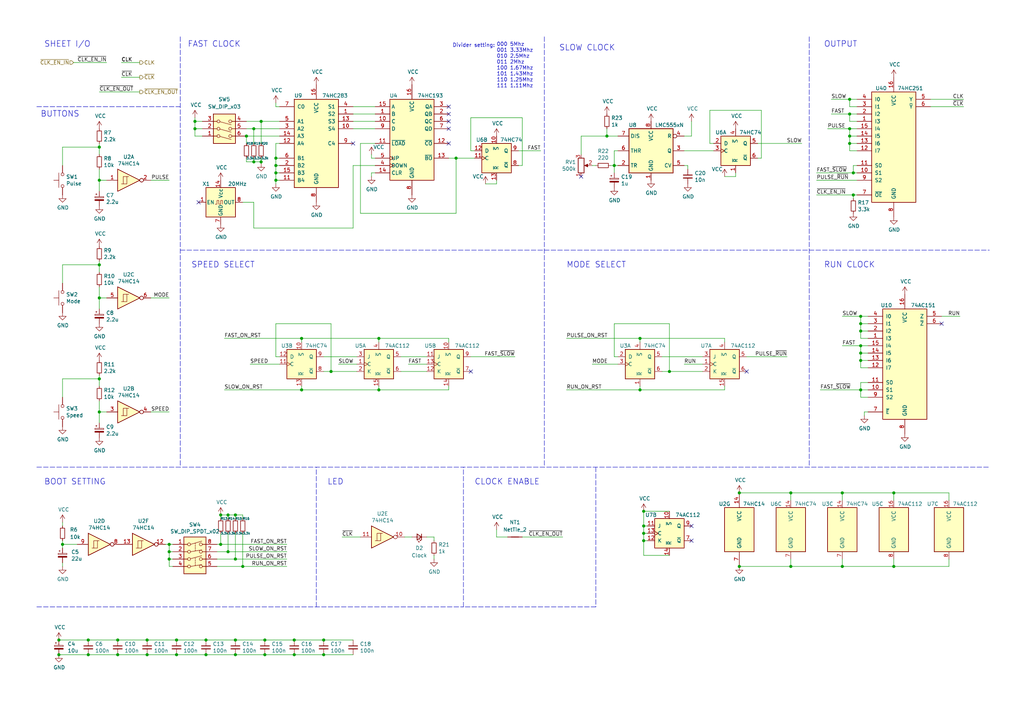
<source format=kicad_sch>
(kicad_sch (version 20211123) (generator eeschema)
  (paper "User" 353.568 250.012)
  (title_block (title "Clock Module") (date "2022-07-04") (rev "A.24") (comment 2 "https://github.com/adrienkohlbecker/65C816") (comment 3 "Licensed under CERN-OHL-W v2") (comment 4 "Copyright © 2022 Adrien Kohlbecker"))
  (junction (at 104.14 134.62))
  (junction (at 209.55 46.99))
  (junction (at 222.25 184.15))
  (junction (at 114.3 128.27))
  (junction (at 81.28 226.06))
  (junction (at 297.18 134.62))
  (junction (at 293.37 46.99))
  (junction (at 293.37 49.53))
  (junction (at 297.18 109.22))
  (junction (at 87.63 55.88))
  (junction (at 87.63 44.45))
  (junction (at 308.61 195.58))
  (junction (at 58.42 187.96))
  (junction (at 297.18 121.92))
  (junction (at 297.18 114.3))
  (junction (at 95.25 59.69))
  (junction (at 294.64 67.31))
  (junction (at 67.31 41.91))
  (junction (at 273.05 170.18))
  (junction (at 222.25 186.69))
  (junction (at 212.09 57.15))
  (junction (at 81.28 177.8))
  (junction (at 220.98 116.84))
  (junction (at 255.27 170.18))
  (junction (at 111.76 226.06))
  (junction (at 34.29 130.81))
  (junction (at 95.25 57.15))
  (junction (at 30.48 220.98))
  (junction (at 34.29 102.87))
  (junction (at 111.76 220.98))
  (junction (at 40.64 226.06))
  (junction (at 34.29 91.44))
  (junction (at 290.83 170.18))
  (junction (at 21.59 187.96))
  (junction (at 130.81 116.84))
  (junction (at 130.81 134.62))
  (junction (at 85.09 46.99))
  (junction (at 81.28 220.98))
  (junction (at 293.37 34.29))
  (junction (at 95.25 54.61))
  (junction (at 40.64 220.98))
  (junction (at 60.96 220.98))
  (junction (at 20.32 226.06))
  (junction (at 101.6 220.98))
  (junction (at 290.83 195.58))
  (junction (at 104.14 116.84))
  (junction (at 60.96 226.06))
  (junction (at 297.18 124.46))
  (junction (at 293.37 39.37))
  (junction (at 222.25 181.61))
  (junction (at 297.18 119.38))
  (junction (at 78.74 190.5))
  (junction (at 34.29 62.23))
  (junction (at 90.17 55.88))
  (junction (at 30.48 226.06))
  (junction (at 101.6 226.06))
  (junction (at 273.05 195.58))
  (junction (at 34.29 142.24))
  (junction (at 297.18 111.76))
  (junction (at 157.48 54.61))
  (junction (at 71.12 226.06))
  (junction (at 78.74 177.8))
  (junction (at 255.27 195.58))
  (junction (at 91.44 226.06))
  (junction (at 95.25 62.23))
  (junction (at 90.17 41.91))
  (junction (at 83.82 195.58))
  (junction (at 34.29 50.8))
  (junction (at 293.37 44.45))
  (junction (at 50.8 220.98))
  (junction (at 91.44 220.98))
  (junction (at 294.64 59.69))
  (junction (at 58.42 190.5))
  (junction (at 81.28 193.04))
  (junction (at 20.32 220.98))
  (junction (at 222.25 176.53))
  (junction (at 308.61 170.18))
  (junction (at 76.2 177.8))
  (junction (at 50.8 226.06))
  (junction (at 220.98 134.62))
  (junction (at 71.12 220.98))
  (junction (at 58.42 193.04))
  (junction (at 231.14 128.27))
  (junction (at 67.31 44.45))
  (junction (at 76.2 187.96))
  (no_connect (at 257.81 128.27))
  (no_connect (at 154.94 39.37))
  (no_connect (at 68.58 69.85))
  (no_connect (at 154.94 49.53))
  (no_connect (at 121.92 49.53))
  (no_connect (at 238.76 186.69))
  (no_connect (at 154.94 41.91))
  (no_connect (at 154.94 44.45))
  (no_connect (at 325.12 111.76))
  (no_connect (at 200.66 60.96))
  (no_connect (at 238.76 181.61))
  (no_connect (at 162.56 128.27))
  (no_connect (at 154.94 36.83))
  (wire (pts (xy 325.12 109.22) (xy 331.47 109.22)))
  (wire (pts (xy 171.45 63.5) (xy 167.64 63.5)))
  (wire (pts (xy 261.62 54.61) (xy 262.89 54.61)))
  (wire (pts (xy 83.82 195.58) (xy 99.06 195.58)))
  (wire (pts (xy 78.74 184.15) (xy 78.74 190.5)))
  (wire (pts (xy 222.25 184.15) (xy 223.52 184.15)))
  (wire (pts (xy 293.37 49.53) (xy 295.91 49.53)))
  (wire (pts (xy 128.27 54.61) (xy 128.27 53.34)))
  (wire (pts (xy 162.56 123.19) (xy 177.8 123.19)))
  (wire (pts (xy 294.64 67.31) (xy 295.91 67.31)))
  (wire (pts (xy 71.12 220.98) (xy 60.96 220.98)))
  (wire (pts (xy 95.25 57.15) (xy 95.25 54.61)))
  (wire (pts (xy 87.63 55.88) (xy 90.17 55.88)))
  (wire (pts (xy 57.15 187.96) (xy 58.42 187.96)))
  (wire (pts (xy 297.18 124.46) (xy 299.72 124.46)))
  (wire (pts (xy 212.09 123.19) (xy 213.36 123.19)))
  (wire (pts (xy 104.14 118.11) (xy 104.14 116.84)))
  (wire (pts (xy 58.42 142.24) (xy 52.07 142.24)))
  (wire (pts (xy 297.18 109.22) (xy 297.18 111.76)))
  (wire (pts (xy 34.29 62.23) (xy 34.29 66.04)))
  (wire (pts (xy 212.09 59.69) (xy 212.09 57.15)))
  (wire (pts (xy 74.93 190.5) (xy 78.74 190.5)))
  (wire (pts (xy 290.83 170.18) (xy 290.83 172.72)))
  (wire (pts (xy 111.76 123.19) (xy 123.19 123.19)))
  (wire (pts (xy 67.31 40.64) (xy 67.31 41.91)))
  (wire (pts (xy 21.59 97.79) (xy 21.59 91.44)))
  (wire (pts (xy 85.09 46.99) (xy 96.52 46.99)))
  (wire (pts (xy 255.27 195.58) (xy 273.05 195.58)))
  (wire (pts (xy 308.61 193.04) (xy 308.61 195.58)))
  (wire (pts (xy 273.05 170.18) (xy 273.05 172.72)))
  (wire (pts (xy 297.18 119.38) (xy 299.72 119.38)))
  (wire (pts (xy 297.18 111.76) (xy 299.72 111.76)))
  (wire (pts (xy 293.37 46.99) (xy 293.37 49.53)))
  (wire (pts (xy 58.42 62.23) (xy 52.07 62.23)))
  (wire (pts (xy 21.59 130.81) (xy 34.29 130.81)))
  (wire (pts (xy 238.76 46.99) (xy 238.76 41.91)))
  (wire (pts (xy 297.18 121.92) (xy 297.18 124.46)))
  (wire (pts (xy 129.54 54.61) (xy 128.27 54.61)))
  (wire (pts (xy 87.63 44.45) (xy 96.52 44.45)))
  (wire (pts (xy 85.09 49.53) (xy 85.09 46.99)))
  (wire (pts (xy 290.83 170.18) (xy 308.61 170.18)))
  (wire (pts (xy 40.64 220.98) (xy 30.48 220.98)))
  (wire (pts (xy 21.59 50.8) (xy 34.29 50.8)))
  (wire (pts (xy 124.46 73.66) (xy 124.46 49.53)))
  (wire (pts (xy 204.47 125.73) (xy 213.36 125.73)))
  (wire (pts (xy 293.37 44.45) (xy 293.37 46.99)))
  (wire (pts (xy 308.61 170.18) (xy 308.61 172.72)))
  (wire (pts (xy 74.93 187.96) (xy 76.2 187.96)))
  (wire (pts (xy 77.47 116.84) (xy 104.14 116.84)))
  (wire (pts (xy 180.34 57.15) (xy 180.34 40.64)))
  (wire (pts (xy 85.09 55.88) (xy 87.63 55.88)))
  (wire (pts (xy 212.09 52.07) (xy 212.09 57.15)))
  (wire (pts (xy 34.29 138.43) (xy 34.29 142.24)))
  (wire (pts (xy 71.12 226.06) (xy 81.28 226.06)))
  (wire (pts (xy 34.29 50.8) (xy 34.29 53.34)))
  (wire (pts (xy 299.72 137.16) (xy 297.18 137.16)))
  (wire (pts (xy 41.91 26.67) (xy 48.26 26.67)))
  (polyline (pts (xy 12.7 36.83) (xy 62.23 36.83)))
  (wire (pts (xy 290.83 195.58) (xy 273.05 195.58)))
  (polyline (pts (xy 12.7 161.29) (xy 341.63 161.29)))
  (wire (pts (xy 327.66 170.18) (xy 308.61 170.18)))
  (wire (pts (xy 34.29 58.42) (xy 34.29 62.23)))
  (wire (pts (xy 236.22 57.15) (xy 237.49 57.15)))
  (wire (pts (xy 21.59 186.69) (xy 21.59 187.96)))
  (wire (pts (xy 157.48 54.61) (xy 163.83 54.61)))
  (wire (pts (xy 104.14 134.62) (xy 104.14 133.35)))
  (wire (pts (xy 297.18 114.3) (xy 299.72 114.3)))
  (wire (pts (xy 121.92 41.91) (xy 129.54 41.91)))
  (wire (pts (xy 212.09 111.76) (xy 212.09 123.19)))
  (wire (pts (xy 281.94 59.69) (xy 294.64 59.69)))
  (wire (pts (xy 220.98 134.62) (xy 250.19 134.62)))
  (polyline (pts (xy 62.23 86.36) (xy 341.63 86.36)))
  (wire (pts (xy 25.4 21.59) (xy 36.83 21.59)))
  (wire (pts (xy 213.36 52.07) (xy 212.09 52.07)))
  (polyline (pts (xy 205.74 209.55) (xy 160.02 209.55)))
  (wire (pts (xy 220.98 134.62) (xy 220.98 133.35)))
  (wire (pts (xy 162.56 52.07) (xy 163.83 52.07)))
  (polyline (pts (xy 205.74 161.29) (xy 205.74 209.55)))
  (wire (pts (xy 245.11 38.1) (xy 245.11 49.53)))
  (wire (pts (xy 297.18 121.92) (xy 299.72 121.92)))
  (wire (pts (xy 179.07 57.15) (xy 180.34 57.15)))
  (wire (pts (xy 209.55 46.99) (xy 213.36 46.99)))
  (wire (pts (xy 21.59 91.44) (xy 34.29 91.44)))
  (wire (pts (xy 87.63 55.88) (xy 87.63 54.61)))
  (wire (pts (xy 81.28 184.15) (xy 81.28 193.04)))
  (wire (pts (xy 83.82 69.85) (xy 87.63 69.85)))
  (polyline (pts (xy 109.22 209.55) (xy 109.22 161.29)))
  (wire (pts (xy 171.45 185.42) (xy 175.26 185.42)))
  (wire (pts (xy 95.25 111.76) (xy 95.25 123.19)))
  (wire (pts (xy 87.63 69.85) (xy 87.63 78.74)))
  (wire (pts (xy 74.93 195.58) (xy 83.82 195.58)))
  (wire (pts (xy 171.45 182.88) (xy 171.45 185.42)))
  (wire (pts (xy 76.2 184.15) (xy 76.2 187.96)))
  (wire (pts (xy 222.25 186.69) (xy 222.25 191.77)))
  (wire (pts (xy 138.43 128.27) (xy 147.32 128.27)))
  (polyline (pts (xy 187.96 12.7) (xy 187.96 161.29)))
  (wire (pts (xy 95.25 54.61) (xy 96.52 54.61)))
  (wire (pts (xy 69.85 46.99) (xy 67.31 46.99)))
  (wire (pts (xy 297.18 111.76) (xy 297.18 114.3)))
  (wire (pts (xy 34.29 102.87) (xy 34.29 106.68)))
  (wire (pts (xy 104.14 134.62) (xy 130.81 134.62)))
  (wire (pts (xy 58.42 190.5) (xy 58.42 193.04)))
  (wire (pts (xy 154.94 116.84) (xy 154.94 118.11)))
  (wire (pts (xy 67.31 44.45) (xy 69.85 44.45)))
  (wire (pts (xy 60.96 226.06) (xy 71.12 226.06)))
  (polyline (pts (xy 160.02 209.55) (xy 160.02 161.29)))
  (wire (pts (xy 297.18 109.22) (xy 299.72 109.22)))
  (wire (pts (xy 212.09 57.15) (xy 210.82 57.15)))
  (wire (pts (xy 293.37 39.37) (xy 295.91 39.37)))
  (wire (pts (xy 128.27 60.96) (xy 128.27 59.69)))
  (wire (pts (xy 85.09 44.45) (xy 87.63 44.45)))
  (wire (pts (xy 261.62 49.53) (xy 276.86 49.53)))
  (wire (pts (xy 21.59 194.31) (xy 21.59 195.58)))
  (wire (pts (xy 121.92 220.98) (xy 111.76 220.98)))
  (wire (pts (xy 327.66 172.72) (xy 327.66 170.18)))
  (wire (pts (xy 290.83 119.38) (xy 297.18 119.38)))
  (wire (pts (xy 262.89 38.1) (xy 245.11 38.1)))
  (wire (pts (xy 81.28 177.8) (xy 83.82 177.8)))
  (wire (pts (xy 293.37 36.83) (xy 295.91 36.83)))
  (wire (pts (xy 40.64 226.06) (xy 50.8 226.06)))
  (wire (pts (xy 308.61 195.58) (xy 290.83 195.58)))
  (wire (pts (xy 21.59 57.15) (xy 21.59 50.8)))
  (wire (pts (xy 281.94 67.31) (xy 294.64 67.31)))
  (wire (pts (xy 223.52 186.69) (xy 222.25 186.69)))
  (wire (pts (xy 36.83 62.23) (xy 34.29 62.23)))
  (wire (pts (xy 231.14 128.27) (xy 231.14 111.76)))
  (wire (pts (xy 231.14 128.27) (xy 242.57 128.27)))
  (wire (pts (xy 246.38 52.07) (xy 236.22 52.07)))
  (wire (pts (xy 321.31 36.83) (xy 332.74 36.83)))
  (wire (pts (xy 58.42 195.58) (xy 59.69 195.58)))
  (wire (pts (xy 81.28 226.06) (xy 91.44 226.06)))
  (wire (pts (xy 220.98 116.84) (xy 250.19 116.84)))
  (wire (pts (xy 50.8 226.06) (xy 60.96 226.06)))
  (wire (pts (xy 81.28 220.98) (xy 71.12 220.98)))
  (wire (pts (xy 124.46 185.42) (xy 118.11 185.42)))
  (wire (pts (xy 231.14 111.76) (xy 212.09 111.76)))
  (wire (pts (xy 91.44 220.98) (xy 81.28 220.98)))
  (wire (pts (xy 90.17 55.88) (xy 90.17 54.61)))
  (wire (pts (xy 77.47 134.62) (xy 104.14 134.62)))
  (wire (pts (xy 95.25 59.69) (xy 96.52 59.69)))
  (wire (pts (xy 111.76 128.27) (xy 114.3 128.27)))
  (wire (pts (xy 222.25 176.53) (xy 222.25 181.61)))
  (wire (pts (xy 140.97 125.73) (xy 147.32 125.73)))
  (wire (pts (xy 58.42 187.96) (xy 59.69 187.96)))
  (wire (pts (xy 293.37 52.07) (xy 295.91 52.07)))
  (wire (pts (xy 36.83 102.87) (xy 34.29 102.87)))
  (wire (pts (xy 147.32 185.42) (xy 149.86 185.42)))
  (wire (pts (xy 293.37 34.29) (xy 293.37 36.83)))
  (wire (pts (xy 295.91 59.69) (xy 294.64 59.69)))
  (wire (pts (xy 130.81 134.62) (xy 154.94 134.62)))
  (wire (pts (xy 281.94 62.23) (xy 295.91 62.23)))
  (wire (pts (xy 236.22 46.99) (xy 238.76 46.99)))
  (wire (pts (xy 149.86 193.04) (xy 149.86 191.77)))
  (wire (pts (xy 58.42 193.04) (xy 59.69 193.04)))
  (wire (pts (xy 85.09 41.91) (xy 90.17 41.91)))
  (wire (pts (xy 294.64 57.15) (xy 294.64 59.69)))
  (wire (pts (xy 294.64 67.31) (xy 294.64 68.58)))
  (wire (pts (xy 222.25 184.15) (xy 222.25 186.69)))
  (wire (pts (xy 21.59 187.96) (xy 21.59 189.23)))
  (wire (pts (xy 254 60.96) (xy 254 59.69)))
  (wire (pts (xy 78.74 179.07) (xy 78.74 177.8)))
  (wire (pts (xy 86.36 125.73) (xy 96.52 125.73)))
  (wire (pts (xy 76.2 177.8) (xy 78.74 177.8)))
  (wire (pts (xy 58.42 190.5) (xy 58.42 187.96)))
  (wire (pts (xy 34.29 50.8) (xy 34.29 49.53)))
  (wire (pts (xy 78.74 190.5) (xy 99.06 190.5)))
  (wire (pts (xy 295.91 57.15) (xy 294.64 57.15)))
  (wire (pts (xy 121.92 44.45) (xy 129.54 44.45)))
  (wire (pts (xy 287.02 39.37) (xy 293.37 39.37)))
  (wire (pts (xy 200.66 53.34) (xy 200.66 46.99)))
  (wire (pts (xy 157.48 73.66) (xy 124.46 73.66)))
  (wire (pts (xy 293.37 46.99) (xy 295.91 46.99)))
  (polyline (pts (xy 279.4 12.7) (xy 279.4 161.29)))
  (wire (pts (xy 34.29 91.44) (xy 34.29 90.17)))
  (wire (pts (xy 34.29 99.06) (xy 34.29 102.87)))
  (wire (pts (xy 298.45 142.24) (xy 299.72 142.24)))
  (wire (pts (xy 149.86 185.42) (xy 149.86 186.69)))
  (wire (pts (xy 297.18 124.46) (xy 297.18 127)))
  (wire (pts (xy 297.18 137.16) (xy 297.18 134.62)))
  (wire (pts (xy 257.81 123.19) (xy 271.78 123.19)))
  (wire (pts (xy 85.09 55.88) (xy 85.09 54.61)))
  (wire (pts (xy 58.42 190.5) (xy 59.69 190.5)))
  (wire (pts (xy 116.84 125.73) (xy 123.19 125.73)))
  (wire (pts (xy 101.6 226.06) (xy 111.76 226.06)))
  (wire (pts (xy 293.37 34.29) (xy 295.91 34.29)))
  (wire (pts (xy 299.72 132.08) (xy 297.18 132.08)))
  (wire (pts (xy 74.93 193.04) (xy 81.28 193.04)))
  (wire (pts (xy 220.98 116.84) (xy 220.98 118.11)))
  (wire (pts (xy 297.18 127) (xy 299.72 127)))
  (wire (pts (xy 213.36 57.15) (xy 212.09 57.15)))
  (wire (pts (xy 180.34 40.64) (xy 162.56 40.64)))
  (wire (pts (xy 21.59 187.96) (xy 26.67 187.96)))
  (wire (pts (xy 228.6 123.19) (xy 242.57 123.19)))
  (wire (pts (xy 30.48 220.98) (xy 20.32 220.98)))
  (wire (pts (xy 104.14 116.84) (xy 130.81 116.84)))
  (wire (pts (xy 114.3 111.76) (xy 95.25 111.76)))
  (wire (pts (xy 111.76 226.06) (xy 121.92 226.06)))
  (wire (pts (xy 205.74 57.15) (xy 204.47 57.15)))
  (wire (pts (xy 81.28 177.8) (xy 81.28 179.07)))
  (wire (pts (xy 290.83 193.04) (xy 290.83 195.58)))
  (wire (pts (xy 95.25 36.83) (xy 96.52 36.83)))
  (wire (pts (xy 81.28 193.04) (xy 99.06 193.04)))
  (wire (pts (xy 273.05 195.58) (xy 273.05 193.04)))
  (wire (pts (xy 222.25 181.61) (xy 222.25 184.15)))
  (wire (pts (xy 255.27 170.18) (xy 273.05 170.18)))
  (wire (pts (xy 87.63 78.74) (xy 121.92 78.74)))
  (wire (pts (xy 124.46 49.53) (xy 129.54 49.53)))
  (wire (pts (xy 262.89 54.61) (xy 262.89 38.1)))
  (wire (pts (xy 95.25 62.23) (xy 96.52 62.23)))
  (wire (pts (xy 128.27 59.69) (xy 129.54 59.69)))
  (polyline (pts (xy 62.23 12.7) (xy 62.23 161.29)))
  (wire (pts (xy 209.55 44.45) (xy 209.55 46.99)))
  (wire (pts (xy 297.18 119.38) (xy 297.18 121.92)))
  (wire (pts (xy 293.37 41.91) (xy 295.91 41.91)))
  (wire (pts (xy 101.6 220.98) (xy 91.44 220.98)))
  (wire (pts (xy 121.92 57.15) (xy 121.92 78.74)))
  (wire (pts (xy 34.29 142.24) (xy 34.29 146.05)))
  (wire (pts (xy 95.25 59.69) (xy 95.25 57.15)))
  (wire (pts (xy 50.8 220.98) (xy 40.64 220.98)))
  (wire (pts (xy 95.25 123.19) (xy 96.52 123.19)))
  (wire (pts (xy 142.24 185.42) (xy 139.7 185.42)))
  (wire (pts (xy 95.25 49.53) (xy 95.25 54.61)))
  (wire (pts (xy 121.92 57.15) (xy 129.54 57.15)))
  (wire (pts (xy 91.44 226.06) (xy 101.6 226.06)))
  (wire (pts (xy 130.81 116.84) (xy 130.81 118.11)))
  (polyline (pts (xy 12.7 209.55) (xy 160.02 209.55)))
  (wire (pts (xy 297.18 134.62) (xy 297.18 132.08)))
  (wire (pts (xy 180.34 185.42) (xy 194.31 185.42)))
  (wire (pts (xy 223.52 181.61) (xy 222.25 181.61)))
  (wire (pts (xy 78.74 177.8) (xy 81.28 177.8)))
  (wire (pts (xy 111.76 220.98) (xy 101.6 220.98)))
  (wire (pts (xy 228.6 128.27) (xy 231.14 128.27)))
  (wire (pts (xy 34.29 130.81) (xy 34.29 133.35)))
  (wire (pts (xy 250.19 116.84) (xy 250.19 118.11)))
  (wire (pts (xy 34.29 31.75) (xy 48.26 31.75)))
  (wire (pts (xy 298.45 143.51) (xy 298.45 142.24)))
  (wire (pts (xy 34.29 130.81) (xy 34.29 129.54)))
  (wire (pts (xy 90.17 41.91) (xy 96.52 41.91)))
  (wire (pts (xy 58.42 193.04) (xy 58.42 195.58)))
  (wire (pts (xy 245.11 49.53) (xy 246.38 49.53)))
  (wire (pts (xy 96.52 49.53) (xy 95.25 49.53)))
  (wire (pts (xy 130.81 134.62) (xy 130.81 133.35)))
  (wire (pts (xy 287.02 34.29) (xy 293.37 34.29)))
  (wire (pts (xy 130.81 116.84) (xy 154.94 116.84)))
  (wire (pts (xy 69.85 41.91) (xy 67.31 41.91)))
  (wire (pts (xy 30.48 226.06) (xy 40.64 226.06)))
  (wire (pts (xy 36.83 142.24) (xy 34.29 142.24)))
  (wire (pts (xy 293.37 39.37) (xy 293.37 41.91)))
  (wire (pts (xy 95.25 57.15) (xy 96.52 57.15)))
  (wire (pts (xy 236.22 125.73) (xy 242.57 125.73)))
  (wire (pts (xy 250.19 134.62) (xy 250.19 133.35)))
  (wire (pts (xy 95.25 62.23) (xy 95.25 59.69)))
  (wire (pts (xy 222.25 191.77) (xy 231.14 191.77)))
  (wire (pts (xy 293.37 44.45) (xy 295.91 44.45)))
  (wire (pts (xy 290.83 109.22) (xy 297.18 109.22)))
  (wire (pts (xy 179.07 52.07) (xy 186.69 52.07)))
  (wire (pts (xy 308.61 195.58) (xy 327.66 195.58)))
  (wire (pts (xy 154.94 134.62) (xy 154.94 133.35)))
  (wire (pts (xy 60.96 220.98) (xy 50.8 220.98)))
  (wire (pts (xy 297.18 116.84) (xy 299.72 116.84)))
  (wire (pts (xy 154.94 54.61) (xy 157.48 54.61)))
  (wire (pts (xy 87.63 49.53) (xy 87.63 44.45)))
  (wire (pts (xy 114.3 128.27) (xy 123.19 128.27)))
  (wire (pts (xy 121.92 39.37) (xy 129.54 39.37)))
  (wire (pts (xy 157.48 54.61) (xy 157.48 73.66)))
  (wire (pts (xy 254 60.96) (xy 250.19 60.96)))
  (wire (pts (xy 21.59 180.34) (xy 21.59 181.61)))
  (wire (pts (xy 195.58 134.62) (xy 220.98 134.62)))
  (wire (pts (xy 138.43 123.19) (xy 147.32 123.19)))
  (wire (pts (xy 321.31 34.29) (xy 332.74 34.29)))
  (wire (pts (xy 299.72 134.62) (xy 297.18 134.62)))
  (wire (pts (xy 41.91 21.59) (xy 48.26 21.59)))
  (wire (pts (xy 95.25 35.56) (xy 95.25 36.83)))
  (wire (pts (xy 114.3 128.27) (xy 114.3 111.76)))
  (wire (pts (xy 273.05 170.18) (xy 290.83 170.18)))
  (wire (pts (xy 297.18 134.62) (xy 283.21 134.62)))
  (wire (pts (xy 83.82 184.15) (xy 83.82 195.58)))
  (wire (pts (xy 90.17 56.515) (xy 90.17 55.88)))
  (wire (pts (xy 34.29 91.44) (xy 34.29 93.98)))
  (wire (pts (xy 293.37 49.53) (xy 293.37 52.07)))
  (wire (pts (xy 195.58 116.84) (xy 220.98 116.84)))
  (wire (pts (xy 76.2 179.07) (xy 76.2 177.8)))
  (wire (pts (xy 285.75 44.45) (xy 293.37 44.45)))
  (wire (pts (xy 121.92 36.83) (xy 129.54 36.83)))
  (wire (pts (xy 67.31 44.45) (xy 67.31 46.99)))
  (wire (pts (xy 76.2 187.96) (xy 99.06 187.96)))
  (wire (pts (xy 297.18 114.3) (xy 297.18 116.84)))
  (wire (pts (xy 90.17 49.53) (xy 90.17 41.91)))
  (wire (pts (xy 21.59 137.16) (xy 21.59 130.81)))
  (wire (pts (xy 83.82 177.8) (xy 83.82 179.07)))
  (wire (pts (xy 162.56 40.64) (xy 162.56 52.07)))
  (wire (pts (xy 237.49 57.15) (xy 237.49 58.42)))
  (wire (pts (xy 20.32 226.06) (xy 30.48 226.06)))
  (wire (pts (xy 58.42 102.87) (xy 52.07 102.87)))
  (wire (pts (xy 327.66 195.58) (xy 327.66 193.04)))
  (wire (pts (xy 171.45 63.5) (xy 171.45 62.23)))
  (wire (pts (xy 95.25 63.5) (xy 95.25 62.23)))
  (wire (pts (xy 67.31 41.91) (xy 67.31 44.45)))
  (wire (pts (xy 231.14 176.53) (xy 222.25 176.53)))
  (wire (pts (xy 200.66 46.99) (xy 209.55 46.99)))
  (text "OUTPUT" (at 284.48 16.51 0) (effects (font (size 2.0066 2.0066)) (justify left bottom)))
  (text "RUN CLOCK" (at 284.48 92.71 0) (effects (font (size 2.0066 2.0066)) (justify left bottom)))
  (text "SHEET I/O" (at 15.24 16.51 0) (effects (font (size 2.0066 2.0066)) (justify left bottom)))
  (text "CLOCK ENABLE" (at 163.83 167.64 0) (effects (font (size 2.0066 2.0066)) (justify left bottom)))
  (text "LED" (at 113.03 167.64 0) (effects (font (size 2.0066 2.0066)) (justify left bottom)))
  (text "000 5Mhz\n001 3.33Mhz\n010 2.5Mhz\n011 2Mhz\n100 1.67Mhz\n101 1.43Mhz\n110 1.25Mhz\n111 1.11Mhz" (at 171.45 30.48 0) (effects (font (size 1.27 1.27)) (justify left bottom)))
  (text "BOOT SETTING" (at 15.24 167.64 0) (effects (font (size 2.0066 2.0066)) (justify left bottom)))
  (text "BUTTONS" (at 13.97 40.64 0) (effects (font (size 2.0066 2.0066)) (justify left bottom)))
  (text "Divider setting:" (at 156.21 16.51 0) (effects (font (size 1.27 1.27)) (justify left bottom)))
  (text "SLOW CLOCK" (at 193.04 17.78 0) (effects (font (size 2.0066 2.0066)) (justify left bottom)))
  (text "FAST CLOCK" (at 64.77 16.51 0) (effects (font (size 2.0066 2.0066)) (justify left bottom)))
  (text "Fast clock falling edge\n   => 9.4 ns (74AC112) => FAST_SLOW selection bit\n   => 51 ns (74HC251) => CLK\n\nWe want the whole chain to happen \nbefore the fast clock has a rising edge\n\n=> minimum half period of the fast clock\n   9.4+51ns = 60.4ns\n=> maximum frequency of the fast clock\n   1000/60.4/2 = 8.27MHz" (at 364.49 50.8 0) (effects (font (size 1.27 1.27)) (justify left bottom)))
  (text "SPEED SELECT" (at 66.04 92.71 0) (effects (font (size 2.0066 2.0066)) (justify left bottom)))
  (text "MODE SELECT" (at 195.58 92.71 0) (effects (font (size 2.0066 2.0066)) (justify left bottom)))
  (text "=> overall, maximum frequency of the fast clock is 6.87MHz" (at 364.49 91.44 0) (effects (font (size 1.27 1.27)) (justify left bottom)))
  (text "Fast clock falling edge\n   => 12.3 ns (74AC151) => RUN\n   => 9.4 ns (74AC112) => PULSE_RUN selection bit\n   => 51 ns (74HC251) => CLK\n\nWe want the whole chain to happen \nbefore the fast clock has a rising edge\n\n=> minimum half period of the fast clock\n   12.3+9.4+51ns = 72.7ns\n=> maximum frequency of the fast clock\n   1000/72.7/2 = 6.87MHz" (at 364.49 85.09 0) (effects (font (size 1.27 1.27)) (justify left bottom)))
  (label "~{CLK}" (at 332.74 36.83 180))
  (label "CLK" (at 332.74 34.29 180))
  (label "PULSE_~{RUN}" (at 281.94 62.23 0))
  (label "SLOW_ON_RST" (at 99.06 190.5 180))
  (label "RUN" (at 236.22 125.73 0))
  (label "FAST_ON_RST" (at 77.47 116.84 0))
  (label "SLOW" (at 276.86 49.53 180))
  (label "~{CLK_EN_OUT}" (at 194.31 185.42 180))
  (label "SPEED" (at 86.36 125.73 0))
  (label "SLOW" (at 287.02 34.29 0))
  (label "~{CLK}" (at 41.91 26.67 0))
  (label "SLOW" (at 290.83 109.22 0))
  (label "FAST_~{SLOW}" (at 177.8 123.19 180))
  (label "~{CLK_EN_IN}" (at 36.83 21.59 180))
  (label "SPEED" (at 58.42 142.24 180))
  (label "FAST" (at 287.02 39.37 0))
  (label "FAST" (at 290.83 119.38 0))
  (label "PULSE" (at 58.42 62.23 180))
  (label "FAST_~{SLOW}" (at 283.21 134.62 0))
  (label "PULSE_ON_RST" (at 99.06 193.04 180))
  (label "FAST_ON_RST" (at 99.06 187.96 180))
  (label "RUN_ON_RST" (at 99.06 195.58 180))
  (label "PULSE" (at 285.75 44.45 0))
  (label "~{CLK_EN_OUT}" (at 34.29 31.75 0))
  (label "SLOW" (at 116.84 125.73 0))
  (label "RUN_ON_RST" (at 195.58 134.62 0))
  (label "PULSE_~{RUN}" (at 271.78 123.19 180))
  (label "CLK" (at 41.91 21.59 0))
  (label "PULSE_ON_RST" (at 195.58 116.84 0))
  (label "MODE" (at 204.47 125.73 0))
  (label "MODE" (at 58.42 102.87 180))
  (label "~{CLK}" (at 118.11 185.42 0))
  (label "FAST" (at 140.97 125.73 0))
  (label "RUN" (at 331.47 109.22 180))
  (label "SLOW_ON_RST" (at 77.47 134.62 0))
  (label "~{CLK_EN_IN}" (at 281.94 67.31 0))
  (label "FAST" (at 186.69 52.07 180))
  (label "FAST_~{SLOW}" (at 281.94 59.69 0))
  (label "CLK" (at 41.91 21.59 0))
  (hierarchical_label "~{CLK_EN_IN}" (shape input) (at 25.4 21.59 180))
  (hierarchical_label "~{CLK_EN_OUT}" (shape output) (at 48.26 31.75 0))
  (hierarchical_label "~{CLK}" (shape output) (at 48.26 26.67 0))
  (hierarchical_label "CLK" (shape output) (at 48.26 21.59 0))
  (symbol (lib_id "power:GND") (at 21.59 107.95 0) (unit 1)
    (property "Reference" "#PWR013" (effects hide))
    (property "Value" "GND" (at 21.717 112.3442 0))
  )
  (symbol (lib_id "power:GND") (at 34.29 111.76 0) (unit 1)
    (property "Reference" "#PWR020" (effects hide))
    (property "Value" "GND" (at 34.417 116.1542 0))
  )
  (symbol (lib_id "Switch:SW_Push") (at 21.59 102.87 90) (unit 1)
    (property "Reference" "SW2" (at 22.8092 101.7016 90) (effects (justify right)))
    (property "Value" "Mode" (at 22.8092 104.013 90) (effects (justify right)))
  )
  (symbol (lib_id "power:VCC") (at 34.29 85.09 0) (unit 1)
    (property "Reference" "#PWR019" (effects hide))
    (property "Value" "VCC" (at 34.671 80.6958 0))
  )
  (symbol (lib_id "74xx:74LS14") (at 44.45 102.87 0) (unit 3)
    (property "Reference" "U2" (at 44.45 94.8182 0))
    (property "Value" "74HC14" (at 44.45 97.1296 0))
    (property "Datasheet" "https://www.ti.com/lit/ds/symlink/sn74hc14.pdf" (effects hide))
  )
  (symbol (lib_id "Device:C_Polarized_Small") (at 34.29 109.22 0) (unit 1)
    (property "Reference" "C8" (at 36.6268 108.0516 0) (effects (justify left)))
    (property "Value" "2.2u" (at 36.6268 110.363 0) (effects (justify left)))
  )
  (symbol (lib_id "Device:R_Small") (at 34.29 96.52 0) (unit 1)
    (property "Reference" "R10" (at 35.7886 95.3516 0) (effects (justify left)))
    (property "Value" "10k" (at 35.7886 97.663 0) (effects (justify left)))
  )
  (symbol (lib_id "Device:R_Small") (at 34.29 87.63 0) (unit 1)
    (property "Reference" "R9" (at 35.7886 86.4616 0) (effects (justify left)))
    (property "Value" "2.2k" (at 35.7886 88.773 0) (effects (justify left)))
  )
  (symbol (lib_id "power:GND") (at 21.59 147.32 0) (unit 1)
    (property "Reference" "#PWR014" (effects hide))
    (property "Value" "GND" (at 21.717 151.7142 0))
  )
  (symbol (lib_id "power:GND") (at 34.29 151.13 0) (unit 1)
    (property "Reference" "#PWR022" (effects hide))
    (property "Value" "GND" (at 34.417 155.5242 0))
  )
  (symbol (lib_id "Switch:SW_Push") (at 21.59 142.24 90) (unit 1)
    (property "Reference" "SW3" (at 22.8092 141.0716 90) (effects (justify right)))
    (property "Value" "Speed" (at 22.8092 143.383 90) (effects (justify right)))
  )
  (symbol (lib_id "power:VCC") (at 34.29 124.46 0) (unit 1)
    (property "Reference" "#PWR021" (effects hide))
    (property "Value" "VCC" (at 34.671 120.0658 0))
  )
  (symbol (lib_id "74xx:74LS14") (at 44.45 142.24 0) (unit 2)
    (property "Reference" "U2" (at 44.45 134.1882 0))
    (property "Value" "74HC14" (at 44.45 136.4996 0))
    (property "Datasheet" "https://www.ti.com/lit/ds/symlink/sn74hc14.pdf" (effects hide))
  )
  (symbol (lib_id "Device:C_Polarized_Small") (at 34.29 148.59 0) (unit 1)
    (property "Reference" "C9" (at 36.6268 147.4216 0) (effects (justify left)))
    (property "Value" "2.2u" (at 36.6268 149.733 0) (effects (justify left)))
  )
  (symbol (lib_id "Device:R_Small") (at 34.29 135.89 0) (unit 1)
    (property "Reference" "R12" (at 35.7886 134.7216 0) (effects (justify left)))
    (property "Value" "10k" (at 35.7886 137.033 0) (effects (justify left)))
  )
  (symbol (lib_id "Device:R_Small") (at 34.29 127 0) (unit 1)
    (property "Reference" "R11" (at 35.7886 125.8316 0) (effects (justify left)))
    (property "Value" "2.2k" (at 35.7886 128.143 0) (effects (justify left)))
  )
  (symbol (lib_id "74xx:74LS74") (at 220.98 125.73 0) (unit 1)
    (property "Reference" "U3" (at 215.9 119.38 0))
    (property "Value" "74HC74" (at 226.06 119.38 0))
    (property "Datasheet" "https://www.ti.com/lit/ds/symlink/sn74hc74.pdf" (effects hide))
  )
  (symbol (lib_id "74xx:74LS74") (at 104.14 125.73 0) (unit 2)
    (property "Reference" "U3" (at 99.06 119.38 0))
    (property "Value" "74HC74" (at 109.22 119.38 0))
    (property "Datasheet" "https://www.ti.com/lit/ds/symlink/sn74hc74.pdf" (effects hide))
  )
  (symbol (lib_id "74xx:74LS193") (at 142.24 46.99 0) (unit 1)
    (property "Reference" "U4" (at 135.89 33.02 0))
    (property "Value" "74HC193" (at 148.59 33.02 0))
    (property "Datasheet" "https://www.ti.com/lit/ds/symlink/cd54hc193.pdf" (effects hide))
  )
  (symbol (lib_id "Device:C_Small") (at 71.12 223.52 0) (unit 1)
    (property "Reference" "C13" (at 73.4568 222.3516 0) (effects (justify left)))
    (property "Value" "100n" (at 73.4568 224.663 0) (effects (justify left)))
  )
  (symbol (lib_id "Device:C_Small") (at 81.28 223.52 0) (unit 1)
    (property "Reference" "C14" (at 83.6168 222.3516 0) (effects (justify left)))
    (property "Value" "100n" (at 83.6168 224.663 0) (effects (justify left)))
  )
  (symbol (lib_id "74xx:74LS74") (at 171.45 54.61 0) (unit 2)
    (property "Reference" "U6" (at 166.37 48.26 0))
    (property "Value" "74HC74" (at 176.53 48.26 0))
    (property "Datasheet" "https://www.ti.com/lit/ds/symlink/sn74hc74.pdf" (effects hide))
  )
  (symbol (lib_id "power:VCC") (at 142.24 29.21 0) (unit 1)
    (property "Reference" "#PWR034" (effects hide))
    (property "Value" "VCC" (at 142.621 24.8158 0))
  )
  (symbol (lib_id "power:GND") (at 142.24 67.31 0) (unit 1)
    (property "Reference" "#PWR035" (effects hide))
    (property "Value" "GND" (at 142.367 71.7042 0))
  )
  (symbol (lib_id "power:VCC") (at 128.27 53.34 0) (unit 1)
    (property "Reference" "#PWR032" (effects hide))
    (property "Value" "VCC" (at 130.81 50.8 0))
  )
  (symbol (lib_id "power:GND") (at 128.27 60.96 0) (unit 1)
    (property "Reference" "#PWR033" (effects hide))
    (property "Value" "GND" (at 128.397 65.3542 0))
  )
  (symbol (lib_id "Oscillator:CXO_DIP14") (at 76.2 69.85 0) (unit 1)
    (property "Reference" "X1" (at 69.85 63.5 0) (effects (justify left)))
    (property "Value" "20MHz" (at 78.74 63.5 0) (effects (justify left)))
    (property "Footprint" "Oscillator:Oscillator_DIP-14" (effects hide))
    (property "Datasheet" "https://cdn-reichelt.de/documents/datenblatt/B400/OSZI.pdf" (effects hide))
  )
  (symbol (lib_id "power:VCC") (at 76.2 62.23 0) (unit 1)
    (property "Reference" "#PWR024" (effects hide))
    (property "Value" "VCC" (at 76.581 57.8358 0))
  )
  (symbol (lib_id "power:GND") (at 76.2 77.47 0) (unit 1)
    (property "Reference" "#PWR025" (effects hide))
    (property "Value" "GND" (at 76.327 81.8642 0))
  )
  (symbol (lib_id "65C816:LMC555xN") (at 224.79 52.07 0) (unit 1)
    (property "Reference" "U8" (at 218.44 43.18 0))
    (property "Value" "LMC555xN" (at 231.14 43.18 0))
    (property "Footprint" "Package_DIP:DIP-8_W7.62mm" (effects hide))
    (property "Datasheet" "http://www.ti.com/lit/ds/symlink/lmc555.pdf" (effects hide))
  )
  (symbol (lib_id "power:VCC") (at 224.79 41.91 0) (unit 1)
    (property "Reference" "#PWR044" (effects hide))
    (property "Value" "VCC" (at 225.171 37.5158 0))
  )
  (symbol (lib_id "power:GND") (at 224.79 62.23 0) (unit 1)
    (property "Reference" "#PWR045" (effects hide))
    (property "Value" "GND" (at 224.917 66.6242 0))
  )
  (symbol (lib_id "power:VCC") (at 238.76 41.91 0) (unit 1)
    (property "Reference" "#PWR047" (effects hide))
    (property "Value" "VCC" (at 239.141 37.5158 0))
  )
  (symbol (lib_id "Device:R_Small") (at 209.55 41.91 0) (unit 1)
    (property "Reference" "R23" (at 211.0486 40.7416 0) (effects (justify left)))
    (property "Value" "1k" (at 211.0486 43.053 0) (effects (justify left)))
  )
  (symbol (lib_id "power:VCC") (at 209.55 39.37 0) (unit 1)
    (property "Reference" "#PWR040" (effects hide))
    (property "Value" "VCC" (at 209.931 34.9758 0))
  )
  (symbol (lib_id "Device:R_Small") (at 208.28 57.15 90) (unit 1)
    (property "Reference" "R22" (at 208.28 52.1716 90))
    (property "Value" "220" (at 208.28 54.483 90))
  )
  (symbol (lib_id "Device:R_Potentiometer") (at 200.66 57.15 0) (mirror x) (unit 1)
    (property "Reference" "RV1" (at 198.9074 55.9816 0) (effects (justify right)))
    (property "Value" "500k" (at 198.9074 58.293 0) (effects (justify right)))
  )
  (symbol (lib_id "Device:C_Small") (at 237.49 60.96 0) (unit 1)
    (property "Reference" "C20" (at 239.8268 59.7916 0) (effects (justify left)))
    (property "Value" "10n" (at 239.8268 62.103 0) (effects (justify left)))
  )
  (symbol (lib_id "power:GND") (at 237.49 63.5 0) (unit 1)
    (property "Reference" "#PWR046" (effects hide))
    (property "Value" "GND" (at 237.617 67.8942 0))
  )
  (symbol (lib_id "Device:C_Polarized_Small") (at 212.09 62.23 0) (unit 1)
    (property "Reference" "C19" (at 214.4268 61.0616 0) (effects (justify left)))
    (property "Value" "1u" (at 214.4268 63.373 0) (effects (justify left)))
  )
  (symbol (lib_id "power:GND") (at 212.09 64.77 0) (unit 1)
    (property "Reference" "#PWR041" (effects hide))
    (property "Value" "GND" (at 212.217 69.1642 0))
  )
  (symbol (lib_id "power:VCC") (at 67.31 40.64 0) (unit 1)
    (property "Reference" "#PWR023" (effects hide))
    (property "Value" "VCC" (at 67.691 36.2458 0))
  )
  (symbol (lib_id "74xx:74LS74") (at 290.83 182.88 0) (unit 3)
    (property "Reference" "U3" (at 285.75 173.99 0))
    (property "Value" "74HC74" (at 295.91 173.99 0))
    (property "Datasheet" "https://www.ti.com/lit/ds/symlink/sn74hc74.pdf" (effects hide))
  )
  (symbol (lib_id "74xx:74LS14") (at 44.45 62.23 0) (unit 1)
    (property "Reference" "U2" (at 44.45 54.1782 0))
    (property "Value" "74HC14" (at 44.45 56.4896 0))
    (property "Datasheet" "https://www.ti.com/lit/ds/symlink/sn74hc14.pdf" (effects hide))
  )
  (symbol (lib_id "Device:C_Polarized_Small") (at 34.29 68.58 0) (unit 1)
    (property "Reference" "C7" (at 36.6268 67.4116 0) (effects (justify left)))
    (property "Value" "2.2u" (at 36.6268 69.723 0) (effects (justify left)))
  )
  (symbol (lib_id "Device:R_Small") (at 34.29 55.88 0) (unit 1)
    (property "Reference" "R8" (at 35.7886 54.7116 0) (effects (justify left)))
    (property "Value" "10k" (at 35.7886 57.023 0) (effects (justify left)))
  )
  (symbol (lib_id "Device:R_Small") (at 34.29 46.99 0) (unit 1)
    (property "Reference" "R7" (at 35.7886 45.8216 0) (effects (justify left)))
    (property "Value" "2.2k" (at 35.7886 48.133 0) (effects (justify left)))
  )
  (symbol (lib_id "Switch:SW_Push") (at 21.59 62.23 90) (unit 1)
    (property "Reference" "SW1" (at 22.8092 61.0616 90) (effects (justify right)))
    (property "Value" "Pulse" (at 22.8092 63.373 90) (effects (justify right)))
  )
  (symbol (lib_id "power:GND") (at 21.59 67.31 0) (unit 1)
    (property "Reference" "#PWR012" (effects hide))
    (property "Value" "GND" (at 21.717 71.7042 0))
  )
  (symbol (lib_id "power:GND") (at 34.29 71.12 0) (unit 1)
    (property "Reference" "#PWR018" (effects hide))
    (property "Value" "GND" (at 34.417 75.5142 0))
  )
  (symbol (lib_id "power:VCC") (at 34.29 44.45 0) (unit 1)
    (property "Reference" "#PWR017" (effects hide))
    (property "Value" "VCC" (at 34.671 40.0558 0))
  )
  (symbol (lib_id "74xx:74LS14") (at 34.29 187.96 0) (unit 4)
    (property "Reference" "U2" (at 34.29 179.9082 0))
    (property "Value" "74HC14" (at 34.29 182.2196 0))
    (property "Datasheet" "https://www.ti.com/lit/ds/symlink/sn74hc14.pdf" (effects hide))
  )
  (symbol (lib_id "74xx:74LS14") (at 132.08 185.42 0) (unit 5)
    (property "Reference" "U2" (at 132.08 177.3682 0))
    (property "Value" "74HC14" (at 132.08 179.6796 0))
    (property "Datasheet" "https://www.ti.com/lit/ds/symlink/sn74hc14.pdf" (effects hide))
  )
  (symbol (lib_id "74xx:74LS14") (at 49.53 187.96 0) (unit 6)
    (property "Reference" "U2" (at 49.53 179.9082 0))
    (property "Value" "74HC14" (at 49.53 182.2196 0))
    (property "Datasheet" "https://www.ti.com/lit/ds/symlink/sn74hc14.pdf" (effects hide))
  )
  (symbol (lib_id "74xx:74LS14") (at 255.27 182.88 0) (unit 7)
    (property "Reference" "U2" (at 250.19 173.99 0))
    (property "Value" "74HC14" (at 260.35 173.99 0))
    (property "Datasheet" "https://www.ti.com/lit/ds/symlink/sn74hc14.pdf" (effects hide))
  )
  (symbol (lib_id "74xx:74LS74") (at 254 52.07 0) (unit 1)
    (property "Reference" "U6" (at 248.92 45.72 0))
    (property "Value" "74HC74" (at 259.08 45.72 0))
    (property "Datasheet" "https://www.ti.com/lit/ds/symlink/sn74hc74.pdf" (effects hide))
  )
  (symbol (lib_id "power:VCC") (at 255.27 170.18 0) (unit 1)
    (property "Reference" "#PWR042" (effects hide))
    (property "Value" "VCC" (at 255.651 165.7858 0))
  )
  (symbol (lib_id "power:GND") (at 255.27 195.58 0) (unit 1)
    (property "Reference" "#PWR043" (effects hide))
    (property "Value" "GND" (at 255.397 199.9742 0))
  )
  (symbol (lib_id "Device:C_Small") (at 30.48 223.52 0) (unit 1)
    (property "Reference" "C6" (at 32.8168 222.3516 0) (effects (justify left)))
    (property "Value" "100n" (at 32.8168 224.663 0) (effects (justify left)))
  )
  (symbol (lib_id "74xx:74LS74") (at 273.05 182.88 0) (unit 3)
    (property "Reference" "U6" (at 267.97 173.99 0))
    (property "Value" "74HC74" (at 278.13 173.99 0))
    (property "Datasheet" "https://www.ti.com/lit/ds/symlink/sn74hc74.pdf" (effects hide))
  )
  (symbol (lib_id "Device:C_Small") (at 40.64 223.52 0) (unit 1)
    (property "Reference" "C10" (at 42.9768 222.3516 0) (effects (justify left)))
    (property "Value" "100n" (at 42.9768 224.663 0) (effects (justify left)))
  )
  (symbol (lib_id "Device:C_Small") (at 50.8 223.52 0) (unit 1)
    (property "Reference" "C11" (at 53.1368 222.3516 0) (effects (justify left)))
    (property "Value" "100n" (at 53.1368 224.663 0) (effects (justify left)))
  )
  (symbol (lib_id "Device:C_Small") (at 60.96 223.52 0) (unit 1)
    (property "Reference" "C12" (at 63.2968 222.3516 0) (effects (justify left)))
    (property "Value" "100n" (at 63.2968 224.663 0) (effects (justify left)))
  )
  (symbol (lib_id "power:VCC") (at 20.32 220.98 0) (unit 1)
    (property "Reference" "#PWR010" (effects hide))
    (property "Value" "VCC" (at 20.701 216.5858 0))
  )
  (symbol (lib_id "power:GND") (at 20.32 226.06 0) (unit 1)
    (property "Reference" "#PWR011" (effects hide))
    (property "Value" "GND" (at 20.447 230.4542 0))
  )
  (symbol (lib_id "Device:C_Polarized_Small") (at 20.32 223.52 0) (unit 1)
    (property "Reference" "C4" (at 23.3172 222.3516 0) (effects (justify left)))
    (property "Value" "10u" (at 23.3172 224.663 0) (effects (justify left)))
  )
  (symbol (lib_id "power:GND") (at 90.17 56.515 0) (unit 1)
    (property "Reference" "#PWR027" (effects hide))
    (property "Value" "GND" (at 90.297 60.9092 0))
  )
  (symbol (lib_id "power:VCC") (at 308.61 26.67 0) (unit 1)
    (property "Reference" "#PWR052" (effects hide))
    (property "Value" "VCC" (at 308.991 22.2758 0))
  )
  (symbol (lib_id "power:GND") (at 308.61 74.93 0) (unit 1)
    (property "Reference" "#PWR053" (effects hide))
    (property "Value" "GND" (at 308.737 79.3242 0))
  )
  (symbol (lib_id "power:VCC") (at 167.64 63.5 0) (unit 1)
    (property "Reference" "#PWR037" (effects hide))
    (property "Value" "VCC" (at 165.1 60.96 0))
  )
  (symbol (lib_id "power:VCC") (at 250.19 60.96 0) (unit 1)
    (property "Reference" "#PWR048" (effects hide))
    (property "Value" "VCC" (at 247.65 58.42 0))
  )
  (symbol (lib_id "power:VCC") (at 171.45 46.99 0) (unit 1)
    (property "Reference" "#PWR039" (effects hide))
    (property "Value" "VCC" (at 171.831 42.5958 0))
  )
  (symbol (lib_id "power:VCC") (at 254 44.45 0) (unit 1)
    (property "Reference" "#PWR049" (effects hide))
    (property "Value" "VCC" (at 254.381 40.0558 0))
  )
  (symbol (lib_id "74xx:74LS112") (at 130.81 125.73 0) (unit 1)
    (property "Reference" "U5" (at 124.46 119.38 0))
    (property "Value" "74AC112" (at 137.16 119.38 0))
    (property "Datasheet" "https://www.ti.com/lit/ds/symlink/cd74ac112.pdf" (effects hide))
  )
  (symbol (lib_id "74xx:74LS112") (at 154.94 125.73 0) (unit 2)
    (property "Reference" "U5" (at 148.59 119.38 0))
    (property "Value" "74AC112" (at 161.29 119.38 0))
    (property "Datasheet" "https://www.ti.com/lit/ds/symlink/cd74ac112.pdf" (effects hide))
  )
  (symbol (lib_id "74xx:74LS112") (at 308.61 182.88 0) (unit 3)
    (property "Reference" "U5" (at 300.99 173.99 0) (effects (justify left)))
    (property "Value" "74AC112" (at 309.88 173.99 0) (effects (justify left)))
    (property "Datasheet" "https://www.ti.com/lit/ds/symlink/cd74ac112.pdf" (effects hide))
  )
  (symbol (lib_id "Device:C_Small") (at 91.44 223.52 0) (unit 1)
    (property "Reference" "C15" (at 93.7768 222.3516 0) (effects (justify left)))
    (property "Value" "100n" (at 93.7768 224.663 0) (effects (justify left)))
  )
  (symbol (lib_id "74xx:74LS112") (at 250.19 125.73 0) (unit 1)
    (property "Reference" "U7" (at 243.84 119.38 0))
    (property "Value" "74AC112" (at 256.54 119.38 0))
    (property "Datasheet" "https://www.ti.com/lit/ds/symlink/cd74ac112.pdf" (effects hide))
  )
  (symbol (lib_id "Device:LED_Small") (at 144.78 185.42 180) (unit 1)
    (property "Reference" "D2" (at 144.78 189.23 0))
    (property "Value" "Clock" (at 144.78 191.77 0))
  )
  (symbol (lib_id "Device:R_Small") (at 149.86 189.23 180) (unit 1)
    (property "Reference" "R21" (at 151.3586 188.0616 0) (effects (justify right)))
    (property "Value" "1k" (at 151.3586 190.373 0) (effects (justify right)))
  )
  (symbol (lib_id "power:GND") (at 149.86 193.04 0) (unit 1)
    (property "Reference" "#PWR036" (effects hide))
    (property "Value" "GND" (at 149.987 197.4342 0))
  )
  (symbol (lib_id "74xx:74LS112") (at 231.14 184.15 0) (unit 2)
    (property "Reference" "U7" (at 224.79 177.8 0))
    (property "Value" "74AC112" (at 237.49 177.8 0))
    (property "Datasheet" "https://www.ti.com/lit/ds/symlink/cd74ac112.pdf" (effects hide))
  )
  (symbol (lib_id "74xx:74LS112") (at 327.66 182.88 0) (unit 3)
    (property "Reference" "U7" (at 320.04 173.99 0) (effects (justify left)))
    (property "Value" "74AC112" (at 328.93 173.99 0) (effects (justify left)))
    (property "Datasheet" "https://www.ti.com/lit/ds/symlink/cd74ac112.pdf" (effects hide))
  )
  (symbol (lib_id "Device:C_Small") (at 101.6 223.52 0) (unit 1)
    (property "Reference" "C16" (at 103.9368 222.3516 0) (effects (justify left)))
    (property "Value" "100n" (at 103.9368 224.663 0) (effects (justify left)))
  )
  (symbol (lib_id "Device:R_Small") (at 76.2 181.61 180) (unit 1)
    (property "Reference" "R13" (at 76.2 179.07 0) (effects (font (size 0.762 0.762)) (justify right)))
    (property "Value" "3.3k" (at 76.2 184.15 0) (effects (font (size 0.762 0.762)) (justify right)))
  )
  (symbol (lib_id "Device:R_Small") (at 78.74 181.61 180) (unit 1)
    (property "Reference" "R14" (at 78.74 179.07 0) (effects (font (size 0.762 0.762)) (justify right)))
    (property "Value" "3.3k" (at 78.74 184.15 0) (effects (font (size 0.762 0.762)) (justify right)))
  )
  (symbol (lib_id "Device:R_Small") (at 81.28 181.61 180) (unit 1)
    (property "Reference" "R15" (at 81.28 179.07 0) (effects (font (size 0.762 0.762)) (justify right)))
    (property "Value" "3.3k" (at 81.28 184.15 0) (effects (font (size 0.762 0.762)) (justify right)))
  )
  (symbol (lib_id "Device:R_Small") (at 83.82 181.61 180) (unit 1)
    (property "Reference" "R16" (at 83.82 179.07 0) (effects (font (size 0.762 0.762)) (justify right)))
    (property "Value" "3.3k" (at 83.82 184.15 0) (effects (font (size 0.762 0.762)) (justify right)))
  )
  (symbol (lib_id "Device:R_Small") (at 85.09 52.07 180) (unit 1)
    (property "Reference" "R18" (at 85.09 49.53 0) (effects (font (size 0.762 0.762)) (justify right)))
    (property "Value" "3.3k" (at 85.09 54.61 0) (effects (font (size 0.762 0.762)) (justify right)))
  )
  (symbol (lib_id "Device:R_Small") (at 87.63 52.07 180) (unit 1)
    (property "Reference" "R19" (at 87.63 49.53 0) (effects (font (size 0.762 0.762)) (justify right)))
    (property "Value" "3.3k" (at 87.63 54.61 0) (effects (font (size 0.762 0.762)) (justify right)))
  )
  (symbol (lib_id "Device:R_Small") (at 90.17 52.07 180) (unit 1)
    (property "Reference" "R20" (at 90.17 49.53 0) (effects (font (size 0.762 0.762)) (justify right)))
    (property "Value" "3.3k" (at 90.17 54.61 0) (effects (font (size 0.762 0.762)) (justify right)))
  )
  (symbol (lib_id "74xx:74LS151") (at 312.42 124.46 0) (unit 1)
    (property "Reference" "U10" (at 306.07 105.41 0))
    (property "Value" "74AC151" (at 318.77 105.41 0))
    (property "Datasheet" "https://www.ti.com/lit/ds/symlink/cd74ac151.pdf" (effects hide))
  )
  (symbol (lib_id "power:VCC") (at 312.42 101.6 0) (unit 1)
    (property "Reference" "#PWR054" (effects hide))
    (property "Value" "VCC" (at 312.801 97.2058 0))
  )
  (symbol (lib_id "power:GND") (at 312.42 149.86 0) (unit 1)
    (property "Reference" "#PWR055" (effects hide))
    (property "Value" "GND" (at 312.547 154.2542 0))
  )
  (symbol (lib_id "power:GND") (at 298.45 143.51 0) (unit 1)
    (property "Reference" "#PWR051" (effects hide))
    (property "Value" "GND" (at 298.577 147.9042 0))
  )
  (symbol (lib_id "65C816:SW_DIP_SPDT_x02") (at 67.31 193.04 0) (unit 1)
    (property "Reference" "SW4" (at 67.31 181.1782 0))
    (property "Value" "SW_DIP_SPDT_x02" (at 67.31 183.4896 0))
  )
  (symbol (lib_id "power:VCC") (at 76.2 177.8 0) (unit 1)
    (property "Reference" "#PWR026" (effects hide))
    (property "Value" "VCC" (at 76.581 173.4058 0))
  )
  (symbol (lib_id "Device:C_Small") (at 111.76 223.52 0) (unit 1)
    (property "Reference" "C17" (at 114.0968 222.3516 0) (effects (justify left)))
    (property "Value" "100n" (at 114.0968 224.663 0) (effects (justify left)))
  )
  (symbol (lib_id "Device:C_Small") (at 121.92 223.52 0) (unit 1)
    (property "Reference" "C18" (at 124.2568 222.3516 0) (effects (justify left)))
    (property "Value" "100n" (at 124.2568 224.663 0) (effects (justify left)))
  )
  (symbol (lib_id "power:VCC") (at 21.59 180.34 0) (unit 1)
    (property "Reference" "#PWR015" (effects hide))
    (property "Value" "VCC" (at 21.971 175.9458 0))
  )
  (symbol (lib_id "74xx:74LS251") (at 308.61 49.53 0) (unit 1)
    (property "Reference" "U40" (at 302.26 30.48 0) (effects (justify left)))
    (property "Value" "74HC251" (at 309.88 30.48 0) (effects (justify left)))
    (property "Datasheet" "https://www.ti.com/lit/ds/symlink/sn74hc251.pdf" (effects hide))
  )
  (symbol (lib_id "Device:R_Small") (at 294.64 71.12 180) (unit 1)
    (property "Reference" "R17" (at 296.1386 69.9516 0) (effects (justify right)))
    (property "Value" "3.3k" (at 296.1386 72.263 0) (effects (justify right)))
  )
  (symbol (lib_id "power:VCC") (at 171.45 182.88 0) (unit 1)
    (property "Reference" "#PWR0163" (effects hide))
    (property "Value" "VCC" (at 171.831 178.4858 0))
  )
  (symbol (lib_id "Device:NetTie_2") (at 177.8 185.42 0) (unit 1)
    (property "Reference" "NT1" (at 177.8 180.34 0))
    (property "Value" "NetTie_2" (at 177.8 182.88 0))
  )
  (symbol (lib_id "Switch:SW_DIP_x03") (at 77.47 41.91 0) (mirror x) (unit 1)
    (property "Reference" "SW5" (at 77.47 34.29 0))
    (property "Value" "SW_DIP_x03" (at 77.47 36.83 0))
  )
  (symbol (lib_id "Device:C_Polarized_Small") (at 21.59 191.77 0) (unit 1)
    (property "Reference" "C5" (at 24.5872 190.6016 0) (effects (justify left)))
    (property "Value" "22u" (at 24.5872 192.913 0) (effects (justify left)))
  )
  (symbol (lib_id "74xx:74LS283") (at 109.22 49.53 0) (unit 1)
    (property "Reference" "U9" (at 101.6 33.02 0) (effects (justify left)))
    (property "Value" "74HC283" (at 111.2394 33.02 0) (effects (justify left)))
    (property "Datasheet" "https://www.ti.com/lit/ds/symlink/cd74hc283.pdf" (effects hide))
  )
  (symbol (lib_id "Device:R_Small") (at 21.59 184.15 180) (unit 1)
    (property "Reference" "R6" (at 24.13 182.88 0) (effects (justify right)))
    (property "Value" "10k" (at 24.13 185.42 0) (effects (justify right)))
  )
  (symbol (lib_id "power:VCC") (at 95.25 35.56 0) (unit 1)
    (property "Reference" "#PWR028" (effects hide))
    (property "Value" "VCC" (at 95.631 31.1658 0))
  )
  (symbol (lib_id "power:GND") (at 109.22 69.85 0) (unit 1)
    (property "Reference" "#PWR031" (effects hide))
    (property "Value" "GND" (at 109.347 74.2442 0))
  )
  (symbol (lib_id "power:VCC") (at 109.22 29.21 0) (unit 1)
    (property "Reference" "#PWR030" (effects hide))
    (property "Value" "VCC" (at 109.601 24.8158 0))
  )
  (symbol (lib_id "power:GND") (at 21.59 195.58 0) (unit 1)
    (property "Reference" "#PWR016" (effects hide))
    (property "Value" "GND" (at 21.717 199.9742 0))
  )
  (symbol (lib_id "power:VCC") (at 222.25 176.53 0) (unit 1)
    (property "Reference" "#PWR038" (effects hide))
    (property "Value" "VCC" (at 222.631 172.1358 0))
  )
  (symbol (lib_id "power:GND") (at 95.25 63.5 0) (unit 1)
    (property "Reference" "#PWR029" (effects hide))
    (property "Value" "GND" (at 95.377 67.8942 0))
  )
  (symbol (lib_id "power:GND") (at 294.64 73.66 0) (unit 1)
    (property "Reference" "#PWR050" (effects hide))
    (property "Value" "GND" (at 294.767 78.0542 0))
  )
)
</source>
